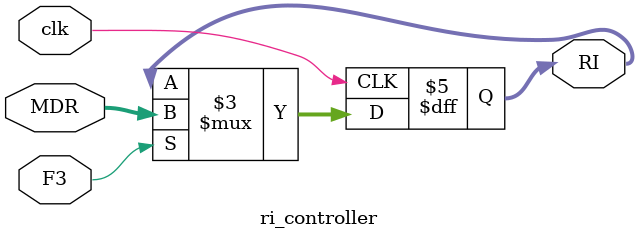
<source format=v>
`timescale 1ns / 1ps
module ri_controller (
    input wire clk,            // Clock signal
    input wire F3,             // Control signal to load MDR into RI
    input wire [15:0] MDR,     // 16-bit data input
    output reg [15:0] RI       // 16-bit register output
);

    // Initialize RI to 0
    initial begin
        RI = 16'b0;
    end

    // On positive clock edge, load MDR into RI only if F3 is asserted
    always @(posedge clk) begin
        if (F3) begin
            RI <= MDR;
        end
    end

endmodule


</source>
